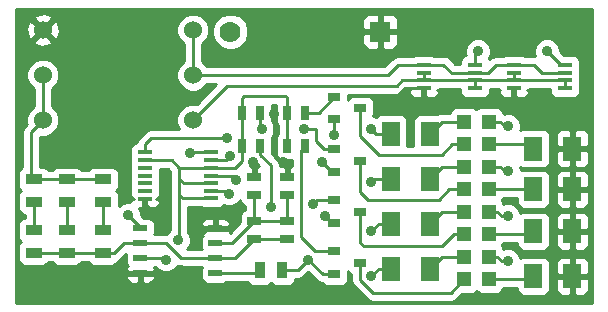
<source format=gtl>
G04 (created by PCBNEW (2013-07-07 BZR 4022)-stable) date 27/01/2014 8:34:36 p.m.*
%MOIN*%
G04 Gerber Fmt 3.4, Leading zero omitted, Abs format*
%FSLAX34Y34*%
G01*
G70*
G90*
G04 APERTURE LIST*
%ADD10C,0.00590551*%
%ADD11R,0.0512X0.0118*%
%ADD12R,0.0394X0.0315*%
%ADD13R,0.045X0.02*%
%ADD14R,0.06X0.08*%
%ADD15R,0.055X0.035*%
%ADD16R,0.035X0.055*%
%ADD17R,0.025X0.045*%
%ADD18R,0.045X0.025*%
%ADD19C,0.06*%
%ADD20R,0.05X0.015*%
%ADD21R,0.0472X0.0472*%
%ADD22C,0.07*%
%ADD23R,0.07X0.07*%
%ADD24C,0.035*%
%ADD25C,0.01*%
G04 APERTURE END LIST*
G54D10*
G54D11*
X68500Y-51710D03*
X68500Y-51460D03*
X68500Y-51200D03*
X68500Y-50950D03*
X68500Y-50690D03*
X68500Y-50435D03*
X68500Y-50180D03*
X66300Y-50180D03*
X66300Y-50435D03*
X66300Y-50690D03*
X66300Y-50950D03*
X66300Y-51205D03*
X66300Y-51460D03*
X66300Y-51715D03*
G54D12*
X73483Y-53850D03*
X72617Y-54225D03*
X72617Y-53475D03*
X73483Y-52150D03*
X72617Y-52525D03*
X72617Y-51775D03*
X73483Y-50450D03*
X72617Y-50825D03*
X72617Y-50075D03*
X73483Y-48700D03*
X72617Y-49075D03*
X72617Y-48325D03*
G54D13*
X68650Y-52700D03*
X68650Y-53200D03*
X68650Y-53700D03*
X68650Y-54200D03*
X66150Y-54200D03*
X66150Y-53700D03*
X66150Y-53200D03*
X66150Y-52700D03*
G54D14*
X74500Y-49550D03*
X75800Y-49550D03*
X79250Y-52800D03*
X80550Y-52800D03*
X74500Y-51050D03*
X75800Y-51050D03*
X79250Y-51400D03*
X80550Y-51400D03*
X74500Y-52550D03*
X75800Y-52550D03*
X79250Y-50050D03*
X80550Y-50050D03*
X74500Y-54050D03*
X75800Y-54050D03*
X79250Y-54300D03*
X80550Y-54300D03*
G54D15*
X62600Y-53525D03*
X62600Y-52775D03*
X63700Y-53525D03*
X63700Y-52775D03*
X64900Y-53525D03*
X64900Y-52775D03*
X62600Y-51825D03*
X62600Y-51075D03*
X63700Y-51825D03*
X63700Y-51075D03*
X64900Y-51825D03*
X64900Y-51075D03*
G54D16*
X70125Y-54100D03*
X70875Y-54100D03*
G54D17*
X71050Y-48850D03*
X71650Y-48850D03*
X69550Y-48850D03*
X70150Y-48850D03*
X69550Y-49950D03*
X70150Y-49950D03*
X71050Y-49950D03*
X71650Y-49950D03*
G54D18*
X71050Y-51000D03*
X71050Y-51600D03*
X69950Y-52450D03*
X69950Y-53050D03*
X69950Y-51000D03*
X69950Y-51600D03*
X71050Y-52450D03*
X71050Y-53050D03*
G54D19*
X67900Y-47600D03*
X62900Y-47600D03*
X62900Y-46100D03*
X67900Y-46100D03*
X62900Y-49100D03*
X67900Y-49100D03*
G54D20*
X77300Y-48034D03*
X77300Y-47778D03*
X77300Y-47522D03*
X77300Y-47266D03*
X75600Y-47266D03*
X75600Y-47522D03*
X75600Y-47778D03*
X75600Y-48034D03*
X80300Y-48034D03*
X80300Y-47778D03*
X80300Y-47522D03*
X80300Y-47266D03*
X78600Y-47266D03*
X78600Y-47522D03*
X78600Y-47778D03*
X78600Y-48034D03*
G54D21*
X76937Y-49150D03*
X77763Y-49150D03*
X77763Y-54400D03*
X76937Y-54400D03*
X77763Y-52900D03*
X76937Y-52900D03*
X76937Y-50650D03*
X77763Y-50650D03*
X77763Y-51400D03*
X76937Y-51400D03*
X76937Y-52150D03*
X77763Y-52150D03*
X76937Y-53650D03*
X77763Y-53650D03*
X77763Y-49900D03*
X76937Y-49900D03*
G54D22*
X69150Y-46150D03*
G54D23*
X74150Y-46150D03*
G54D24*
X79700Y-46800D03*
X77400Y-46800D03*
X78400Y-49300D03*
X78400Y-50800D03*
X78400Y-53800D03*
X78400Y-52300D03*
X67800Y-50200D03*
X72300Y-52300D03*
X72200Y-50500D03*
X72600Y-49600D03*
X71750Y-53750D03*
X65750Y-52250D03*
X73850Y-54300D03*
X69100Y-51550D03*
X73850Y-52800D03*
X69350Y-51100D03*
X73850Y-51150D03*
X69150Y-50300D03*
X73850Y-49400D03*
X69050Y-49700D03*
X67400Y-53100D03*
X67000Y-53750D03*
X70200Y-49400D03*
X71600Y-49400D03*
X70500Y-52000D03*
X71900Y-51900D03*
X74500Y-48500D03*
X70600Y-48900D03*
X67500Y-54100D03*
X68000Y-53100D03*
X68400Y-52200D03*
X66600Y-52200D03*
X70900Y-50500D03*
X69900Y-50500D03*
G54D25*
X80300Y-47266D02*
X80166Y-47266D01*
X80166Y-47266D02*
X79700Y-46800D01*
X77300Y-47266D02*
X77300Y-46900D01*
X77300Y-46900D02*
X77400Y-46800D01*
X77763Y-49150D02*
X78150Y-49150D01*
X78300Y-49300D02*
X78400Y-49300D01*
X78150Y-49150D02*
X78300Y-49300D01*
X77763Y-50650D02*
X78150Y-50650D01*
X78300Y-50800D02*
X78400Y-50800D01*
X78150Y-50650D02*
X78300Y-50800D01*
X77763Y-53650D02*
X78050Y-53650D01*
X78200Y-53800D02*
X78400Y-53800D01*
X78050Y-53650D02*
X78200Y-53800D01*
X77763Y-52150D02*
X78050Y-52150D01*
X78200Y-52300D02*
X78400Y-52300D01*
X78050Y-52150D02*
X78200Y-52300D01*
X68500Y-50180D02*
X67820Y-50180D01*
X67820Y-50180D02*
X67800Y-50200D01*
X72617Y-52525D02*
X72525Y-52525D01*
X72525Y-52525D02*
X72300Y-52300D01*
X72617Y-50825D02*
X72525Y-50825D01*
X72525Y-50825D02*
X72200Y-50500D01*
X72617Y-49075D02*
X72617Y-49583D01*
X72617Y-49583D02*
X72600Y-49600D01*
X72617Y-54225D02*
X72225Y-54225D01*
X71400Y-54100D02*
X71750Y-53750D01*
X71400Y-54100D02*
X70875Y-54100D01*
X72225Y-54225D02*
X71750Y-53750D01*
X66150Y-52700D02*
X66150Y-52650D01*
X66150Y-52650D02*
X65750Y-52250D01*
X64900Y-51075D02*
X63700Y-51075D01*
X63700Y-51075D02*
X62600Y-51075D01*
X62600Y-51075D02*
X62500Y-50975D01*
X62500Y-50975D02*
X62500Y-49500D01*
X62500Y-49500D02*
X62900Y-49100D01*
X62900Y-49100D02*
X62900Y-47600D01*
X68500Y-51460D02*
X69010Y-51460D01*
X74100Y-54050D02*
X74500Y-54050D01*
X73850Y-54300D02*
X74100Y-54050D01*
X69010Y-51460D02*
X69100Y-51550D01*
X68650Y-54200D02*
X70025Y-54200D01*
X70025Y-54200D02*
X70125Y-54100D01*
X66150Y-53200D02*
X67000Y-53200D01*
X67500Y-53700D02*
X68650Y-53700D01*
X67000Y-53200D02*
X67500Y-53700D01*
X68650Y-53700D02*
X69300Y-53700D01*
X69300Y-53700D02*
X69950Y-53050D01*
X69950Y-53050D02*
X71050Y-53050D01*
X64900Y-53525D02*
X65275Y-53525D01*
X65600Y-53200D02*
X66150Y-53200D01*
X65275Y-53525D02*
X65600Y-53200D01*
X63700Y-53525D02*
X64900Y-53525D01*
X62600Y-53525D02*
X63700Y-53525D01*
X76937Y-53650D02*
X76200Y-53650D01*
X76200Y-53650D02*
X75800Y-54050D01*
X77763Y-49900D02*
X79100Y-49900D01*
X79100Y-49900D02*
X79250Y-50050D01*
X73483Y-48700D02*
X73483Y-49633D01*
X76550Y-49900D02*
X76937Y-49900D01*
X76200Y-50250D02*
X76550Y-49900D01*
X74100Y-50250D02*
X76200Y-50250D01*
X73483Y-49633D02*
X74100Y-50250D01*
X68500Y-50950D02*
X69200Y-50950D01*
X74100Y-52550D02*
X74500Y-52550D01*
X73850Y-52800D02*
X74100Y-52550D01*
X69200Y-50950D02*
X69350Y-51100D01*
X76937Y-52150D02*
X76200Y-52150D01*
X76200Y-52150D02*
X75800Y-52550D01*
X77763Y-51400D02*
X79250Y-51400D01*
X68500Y-50435D02*
X69015Y-50435D01*
X73950Y-51050D02*
X74500Y-51050D01*
X73850Y-51150D02*
X73950Y-51050D01*
X69015Y-50435D02*
X69150Y-50300D01*
X78600Y-47266D02*
X79266Y-47266D01*
X79522Y-47522D02*
X80300Y-47522D01*
X79266Y-47266D02*
X79522Y-47522D01*
X67900Y-47600D02*
X74400Y-47600D01*
X74734Y-47266D02*
X75600Y-47266D01*
X74400Y-47600D02*
X74734Y-47266D01*
X77300Y-47522D02*
X76522Y-47522D01*
X76522Y-47522D02*
X76250Y-47250D01*
X76250Y-47250D02*
X75616Y-47250D01*
X75616Y-47250D02*
X75600Y-47266D01*
X77300Y-47522D02*
X77728Y-47522D01*
X77984Y-47266D02*
X78600Y-47266D01*
X77728Y-47522D02*
X77984Y-47266D01*
X67900Y-46100D02*
X67900Y-47600D01*
X76937Y-50650D02*
X76200Y-50650D01*
X76200Y-50650D02*
X75800Y-51050D01*
X77763Y-52900D02*
X79150Y-52900D01*
X79150Y-52900D02*
X79250Y-52800D01*
X66300Y-50180D02*
X66300Y-49900D01*
X74000Y-49550D02*
X74500Y-49550D01*
X73850Y-49400D02*
X74000Y-49550D01*
X66500Y-49700D02*
X69050Y-49700D01*
X66300Y-49900D02*
X66500Y-49700D01*
X76937Y-49150D02*
X76200Y-49150D01*
X76200Y-49150D02*
X75800Y-49550D01*
X77763Y-54400D02*
X79150Y-54400D01*
X79150Y-54400D02*
X79250Y-54300D01*
X73483Y-50450D02*
X73483Y-51483D01*
X76450Y-51400D02*
X76937Y-51400D01*
X76100Y-51750D02*
X76450Y-51400D01*
X73750Y-51750D02*
X76100Y-51750D01*
X73483Y-51483D02*
X73750Y-51750D01*
X73483Y-52150D02*
X73483Y-53183D01*
X76600Y-52900D02*
X76937Y-52900D01*
X76200Y-53300D02*
X76600Y-52900D01*
X73600Y-53300D02*
X76200Y-53300D01*
X73483Y-53183D02*
X73600Y-53300D01*
X73483Y-53850D02*
X73483Y-54433D01*
X76487Y-54850D02*
X76937Y-54400D01*
X73900Y-54850D02*
X76487Y-54850D01*
X73483Y-54433D02*
X73900Y-54850D01*
X62600Y-51825D02*
X62600Y-52775D01*
X63700Y-51825D02*
X63700Y-52775D01*
X66150Y-53700D02*
X66950Y-53700D01*
X67450Y-53050D02*
X67450Y-51600D01*
X67400Y-53100D02*
X67450Y-53050D01*
X66950Y-53700D02*
X67000Y-53750D01*
X68500Y-50690D02*
X69310Y-50690D01*
X69550Y-50450D02*
X69550Y-49950D01*
X69310Y-50690D02*
X69550Y-50450D01*
X68500Y-51710D02*
X67560Y-51710D01*
X67450Y-51600D02*
X67450Y-51050D01*
X67560Y-51710D02*
X67450Y-51600D01*
X68500Y-51200D02*
X67600Y-51200D01*
X67450Y-51050D02*
X67450Y-50690D01*
X67600Y-51200D02*
X67450Y-51050D01*
X66300Y-50435D02*
X67185Y-50435D01*
X67440Y-50690D02*
X67450Y-50690D01*
X67450Y-50690D02*
X68500Y-50690D01*
X67185Y-50435D02*
X67440Y-50690D01*
X69550Y-48850D02*
X69550Y-48350D01*
X71050Y-48350D02*
X71050Y-48850D01*
X71000Y-48300D02*
X71050Y-48350D01*
X69600Y-48300D02*
X71000Y-48300D01*
X69550Y-48350D02*
X69600Y-48300D01*
X69550Y-49950D02*
X69550Y-48850D01*
X71050Y-48850D02*
X71050Y-49950D01*
X64900Y-51825D02*
X64900Y-52775D01*
X71050Y-52450D02*
X71050Y-51600D01*
X69950Y-52450D02*
X69950Y-51600D01*
X68650Y-53200D02*
X69200Y-53200D01*
X69200Y-53200D02*
X69950Y-52450D01*
X69950Y-52450D02*
X71050Y-52450D01*
X71650Y-48850D02*
X72092Y-48850D01*
X72092Y-48850D02*
X72617Y-48325D01*
X72617Y-50075D02*
X72275Y-50075D01*
X70150Y-49350D02*
X70150Y-48850D01*
X70200Y-49400D02*
X70150Y-49350D01*
X72000Y-49400D02*
X71600Y-49400D01*
X72000Y-49800D02*
X72000Y-49400D01*
X72275Y-50075D02*
X72000Y-49800D01*
X75600Y-47778D02*
X74872Y-47778D01*
X69050Y-47950D02*
X67900Y-49100D01*
X74700Y-47950D02*
X69050Y-47950D01*
X74872Y-47778D02*
X74700Y-47950D01*
X80300Y-47778D02*
X78600Y-47778D01*
X80300Y-48034D02*
X80300Y-47778D01*
X78600Y-47778D02*
X78600Y-47522D01*
X77300Y-47778D02*
X78600Y-47778D01*
X77300Y-47778D02*
X77300Y-48034D01*
X75600Y-47778D02*
X77300Y-47778D01*
X75600Y-47522D02*
X75600Y-47778D01*
X72617Y-51775D02*
X72025Y-51775D01*
X70150Y-50250D02*
X70150Y-49950D01*
X70500Y-50600D02*
X70150Y-50250D01*
X70500Y-52000D02*
X70500Y-50600D01*
X72025Y-51775D02*
X71900Y-51900D01*
X72617Y-53475D02*
X71975Y-53475D01*
X71500Y-50100D02*
X71650Y-49950D01*
X71500Y-53000D02*
X71500Y-50100D01*
X71975Y-53475D02*
X71500Y-53000D01*
X80550Y-50050D02*
X80550Y-49350D01*
X80550Y-49350D02*
X80200Y-49000D01*
X80200Y-49000D02*
X79000Y-49000D01*
X79000Y-49000D02*
X78600Y-48600D01*
X78600Y-48600D02*
X78600Y-48034D01*
X75600Y-48034D02*
X74966Y-48034D01*
X74966Y-48034D02*
X74500Y-48500D01*
X70900Y-50500D02*
X70800Y-50500D01*
X70600Y-50300D02*
X70600Y-48900D01*
X70800Y-50500D02*
X70600Y-50300D01*
X67400Y-54200D02*
X66150Y-54200D01*
X67500Y-54100D02*
X67400Y-54200D01*
X68400Y-52700D02*
X68000Y-53100D01*
X68650Y-52700D02*
X68400Y-52700D01*
X66300Y-51715D02*
X66300Y-51900D01*
X68650Y-52450D02*
X68650Y-52700D01*
X68400Y-52200D02*
X68650Y-52450D01*
X66300Y-51900D02*
X66600Y-52200D01*
X69950Y-51000D02*
X69950Y-50550D01*
X71050Y-50650D02*
X71050Y-51000D01*
X70900Y-50500D02*
X71050Y-50650D01*
X69950Y-50550D02*
X69900Y-50500D01*
G54D10*
G36*
X67150Y-52749D02*
X67039Y-52858D01*
X67021Y-52904D01*
X67000Y-52900D01*
X66604Y-52900D01*
X66624Y-52849D01*
X66625Y-52750D01*
X66625Y-52550D01*
X66587Y-52458D01*
X66516Y-52388D01*
X66424Y-52350D01*
X66325Y-52349D01*
X66274Y-52349D01*
X66174Y-52250D01*
X66175Y-52165D01*
X66116Y-52024D01*
X66187Y-52024D01*
X66250Y-51961D01*
X66250Y-51769D01*
X66350Y-51769D01*
X66350Y-51961D01*
X66412Y-52024D01*
X66506Y-52024D01*
X66605Y-52023D01*
X66697Y-51985D01*
X66768Y-51915D01*
X66806Y-51823D01*
X66806Y-51807D01*
X66743Y-51744D01*
X66664Y-51744D01*
X66697Y-51731D01*
X66743Y-51685D01*
X66743Y-51685D01*
X66806Y-51623D01*
X66806Y-51606D01*
X66798Y-51587D01*
X66805Y-51568D01*
X66806Y-51469D01*
X66806Y-51351D01*
X66798Y-51332D01*
X66805Y-51313D01*
X66806Y-51214D01*
X66806Y-51096D01*
X66798Y-51077D01*
X66805Y-51058D01*
X66806Y-50959D01*
X66806Y-50841D01*
X66797Y-50820D01*
X66805Y-50798D01*
X66806Y-50735D01*
X67060Y-50735D01*
X67150Y-50824D01*
X67150Y-51050D01*
X67150Y-51600D01*
X67150Y-52749D01*
X67150Y-52749D01*
G37*
G54D25*
X67150Y-52749D02*
X67039Y-52858D01*
X67021Y-52904D01*
X67000Y-52900D01*
X66604Y-52900D01*
X66624Y-52849D01*
X66625Y-52750D01*
X66625Y-52550D01*
X66587Y-52458D01*
X66516Y-52388D01*
X66424Y-52350D01*
X66325Y-52349D01*
X66274Y-52349D01*
X66174Y-52250D01*
X66175Y-52165D01*
X66116Y-52024D01*
X66187Y-52024D01*
X66250Y-51961D01*
X66250Y-51769D01*
X66350Y-51769D01*
X66350Y-51961D01*
X66412Y-52024D01*
X66506Y-52024D01*
X66605Y-52023D01*
X66697Y-51985D01*
X66768Y-51915D01*
X66806Y-51823D01*
X66806Y-51807D01*
X66743Y-51744D01*
X66664Y-51744D01*
X66697Y-51731D01*
X66743Y-51685D01*
X66743Y-51685D01*
X66806Y-51623D01*
X66806Y-51606D01*
X66798Y-51587D01*
X66805Y-51568D01*
X66806Y-51469D01*
X66806Y-51351D01*
X66798Y-51332D01*
X66805Y-51313D01*
X66806Y-51214D01*
X66806Y-51096D01*
X66798Y-51077D01*
X66805Y-51058D01*
X66806Y-50959D01*
X66806Y-50841D01*
X66797Y-50820D01*
X66805Y-50798D01*
X66806Y-50735D01*
X67060Y-50735D01*
X67150Y-50824D01*
X67150Y-51050D01*
X67150Y-51600D01*
X67150Y-52749D01*
G54D10*
G36*
X69650Y-52085D02*
X69583Y-52112D01*
X69513Y-52183D01*
X69475Y-52275D01*
X69474Y-52374D01*
X69474Y-52500D01*
X69124Y-52851D01*
X69125Y-52849D01*
X69125Y-52550D01*
X69087Y-52458D01*
X69016Y-52388D01*
X68924Y-52350D01*
X68825Y-52349D01*
X68762Y-52350D01*
X68700Y-52412D01*
X68700Y-52650D01*
X69062Y-52650D01*
X69125Y-52587D01*
X69125Y-52550D01*
X69125Y-52849D01*
X69125Y-52812D01*
X69062Y-52750D01*
X68700Y-52750D01*
X68700Y-52757D01*
X68600Y-52757D01*
X68600Y-52750D01*
X68600Y-52650D01*
X68600Y-52412D01*
X68537Y-52350D01*
X68474Y-52349D01*
X68375Y-52350D01*
X68283Y-52388D01*
X68212Y-52458D01*
X68174Y-52550D01*
X68175Y-52587D01*
X68237Y-52650D01*
X68600Y-52650D01*
X68600Y-52750D01*
X68237Y-52750D01*
X68175Y-52812D01*
X68174Y-52849D01*
X68212Y-52941D01*
X68221Y-52949D01*
X68213Y-52958D01*
X68175Y-53050D01*
X68174Y-53149D01*
X68174Y-53349D01*
X68195Y-53400D01*
X67701Y-53400D01*
X67760Y-53341D01*
X67824Y-53184D01*
X67825Y-53015D01*
X67760Y-52859D01*
X67750Y-52849D01*
X67750Y-52010D01*
X68172Y-52010D01*
X68194Y-52018D01*
X68293Y-52019D01*
X68805Y-52019D01*
X68897Y-51981D01*
X68936Y-51942D01*
X69015Y-51974D01*
X69184Y-51975D01*
X69340Y-51910D01*
X69460Y-51791D01*
X69474Y-51755D01*
X69474Y-51774D01*
X69512Y-51866D01*
X69583Y-51936D01*
X69650Y-51964D01*
X69650Y-52085D01*
X69650Y-52085D01*
G37*
G54D25*
X69650Y-52085D02*
X69583Y-52112D01*
X69513Y-52183D01*
X69475Y-52275D01*
X69474Y-52374D01*
X69474Y-52500D01*
X69124Y-52851D01*
X69125Y-52849D01*
X69125Y-52550D01*
X69087Y-52458D01*
X69016Y-52388D01*
X68924Y-52350D01*
X68825Y-52349D01*
X68762Y-52350D01*
X68700Y-52412D01*
X68700Y-52650D01*
X69062Y-52650D01*
X69125Y-52587D01*
X69125Y-52550D01*
X69125Y-52849D01*
X69125Y-52812D01*
X69062Y-52750D01*
X68700Y-52750D01*
X68700Y-52757D01*
X68600Y-52757D01*
X68600Y-52750D01*
X68600Y-52650D01*
X68600Y-52412D01*
X68537Y-52350D01*
X68474Y-52349D01*
X68375Y-52350D01*
X68283Y-52388D01*
X68212Y-52458D01*
X68174Y-52550D01*
X68175Y-52587D01*
X68237Y-52650D01*
X68600Y-52650D01*
X68600Y-52750D01*
X68237Y-52750D01*
X68175Y-52812D01*
X68174Y-52849D01*
X68212Y-52941D01*
X68221Y-52949D01*
X68213Y-52958D01*
X68175Y-53050D01*
X68174Y-53149D01*
X68174Y-53349D01*
X68195Y-53400D01*
X67701Y-53400D01*
X67760Y-53341D01*
X67824Y-53184D01*
X67825Y-53015D01*
X67760Y-52859D01*
X67750Y-52849D01*
X67750Y-52010D01*
X68172Y-52010D01*
X68194Y-52018D01*
X68293Y-52019D01*
X68805Y-52019D01*
X68897Y-51981D01*
X68936Y-51942D01*
X69015Y-51974D01*
X69184Y-51975D01*
X69340Y-51910D01*
X69460Y-51791D01*
X69474Y-51755D01*
X69474Y-51774D01*
X69512Y-51866D01*
X69583Y-51936D01*
X69650Y-51964D01*
X69650Y-52085D01*
G54D10*
G36*
X70100Y-50624D02*
X70062Y-50625D01*
X70000Y-50687D01*
X70000Y-50950D01*
X70007Y-50950D01*
X70007Y-51050D01*
X70000Y-51050D01*
X70000Y-51057D01*
X69900Y-51057D01*
X69900Y-51050D01*
X69892Y-51050D01*
X69892Y-50950D01*
X69900Y-50950D01*
X69900Y-50687D01*
X69837Y-50625D01*
X69786Y-50624D01*
X69827Y-50564D01*
X69849Y-50450D01*
X69850Y-50450D01*
X69850Y-50353D01*
X69883Y-50386D01*
X69889Y-50389D01*
X69889Y-50389D01*
X69937Y-50462D01*
X70100Y-50624D01*
X70100Y-50624D01*
G37*
G54D25*
X70100Y-50624D02*
X70062Y-50625D01*
X70000Y-50687D01*
X70000Y-50950D01*
X70007Y-50950D01*
X70007Y-51050D01*
X70000Y-51050D01*
X70000Y-51057D01*
X69900Y-51057D01*
X69900Y-51050D01*
X69892Y-51050D01*
X69892Y-50950D01*
X69900Y-50950D01*
X69900Y-50687D01*
X69837Y-50625D01*
X69786Y-50624D01*
X69827Y-50564D01*
X69849Y-50450D01*
X69850Y-50450D01*
X69850Y-50353D01*
X69883Y-50386D01*
X69889Y-50389D01*
X69889Y-50389D01*
X69937Y-50462D01*
X70100Y-50624D01*
G54D10*
G36*
X71200Y-50624D02*
X71162Y-50625D01*
X71100Y-50687D01*
X71100Y-50950D01*
X71107Y-50950D01*
X71107Y-51050D01*
X71100Y-51050D01*
X71100Y-51057D01*
X71000Y-51057D01*
X71000Y-51050D01*
X70992Y-51050D01*
X70992Y-50950D01*
X71000Y-50950D01*
X71000Y-50687D01*
X70937Y-50625D01*
X70874Y-50624D01*
X70800Y-50625D01*
X70800Y-50600D01*
X70799Y-50599D01*
X70777Y-50485D01*
X70712Y-50387D01*
X70712Y-50387D01*
X70524Y-50200D01*
X70525Y-50125D01*
X70525Y-49676D01*
X70560Y-49641D01*
X70624Y-49484D01*
X70625Y-49315D01*
X70560Y-49159D01*
X70524Y-49123D01*
X70525Y-49025D01*
X70525Y-48600D01*
X70675Y-48600D01*
X70674Y-48674D01*
X70674Y-49124D01*
X70712Y-49216D01*
X70750Y-49253D01*
X70750Y-49546D01*
X70713Y-49583D01*
X70675Y-49675D01*
X70674Y-49774D01*
X70674Y-50224D01*
X70712Y-50316D01*
X70783Y-50386D01*
X70875Y-50424D01*
X70974Y-50425D01*
X71200Y-50425D01*
X71200Y-50624D01*
X71200Y-50624D01*
G37*
G54D25*
X71200Y-50624D02*
X71162Y-50625D01*
X71100Y-50687D01*
X71100Y-50950D01*
X71107Y-50950D01*
X71107Y-51050D01*
X71100Y-51050D01*
X71100Y-51057D01*
X71000Y-51057D01*
X71000Y-51050D01*
X70992Y-51050D01*
X70992Y-50950D01*
X71000Y-50950D01*
X71000Y-50687D01*
X70937Y-50625D01*
X70874Y-50624D01*
X70800Y-50625D01*
X70800Y-50600D01*
X70799Y-50599D01*
X70777Y-50485D01*
X70712Y-50387D01*
X70712Y-50387D01*
X70524Y-50200D01*
X70525Y-50125D01*
X70525Y-49676D01*
X70560Y-49641D01*
X70624Y-49484D01*
X70625Y-49315D01*
X70560Y-49159D01*
X70524Y-49123D01*
X70525Y-49025D01*
X70525Y-48600D01*
X70675Y-48600D01*
X70674Y-48674D01*
X70674Y-49124D01*
X70712Y-49216D01*
X70750Y-49253D01*
X70750Y-49546D01*
X70713Y-49583D01*
X70675Y-49675D01*
X70674Y-49774D01*
X70674Y-50224D01*
X70712Y-50316D01*
X70783Y-50386D01*
X70875Y-50424D01*
X70974Y-50425D01*
X71200Y-50425D01*
X71200Y-50624D01*
G54D10*
G36*
X81200Y-55200D02*
X81100Y-55200D01*
X81100Y-54650D01*
X81100Y-53949D01*
X81100Y-53150D01*
X81100Y-52449D01*
X81100Y-51750D01*
X81100Y-51049D01*
X81100Y-50400D01*
X81100Y-49699D01*
X81099Y-49600D01*
X81061Y-49508D01*
X80991Y-49437D01*
X80899Y-49399D01*
X80800Y-49399D01*
X80800Y-48059D01*
X80800Y-47909D01*
X80798Y-47906D01*
X80799Y-47902D01*
X80800Y-47803D01*
X80800Y-47653D01*
X80798Y-47650D01*
X80799Y-47646D01*
X80800Y-47547D01*
X80800Y-47397D01*
X80798Y-47394D01*
X80799Y-47390D01*
X80800Y-47291D01*
X80800Y-47141D01*
X80762Y-47049D01*
X80691Y-46979D01*
X80599Y-46941D01*
X80500Y-46940D01*
X80265Y-46940D01*
X80124Y-46800D01*
X80125Y-46715D01*
X80060Y-46559D01*
X79941Y-46439D01*
X79784Y-46375D01*
X79615Y-46374D01*
X79459Y-46439D01*
X79339Y-46558D01*
X79275Y-46715D01*
X79274Y-46884D01*
X79312Y-46975D01*
X79266Y-46966D01*
X78960Y-46966D01*
X78899Y-46941D01*
X78800Y-46940D01*
X78300Y-46940D01*
X78239Y-46966D01*
X77984Y-46966D01*
X77869Y-46988D01*
X77771Y-47053D01*
X77766Y-47059D01*
X77762Y-47049D01*
X77756Y-47044D01*
X77760Y-47041D01*
X77824Y-46884D01*
X77825Y-46715D01*
X77760Y-46559D01*
X77641Y-46439D01*
X77484Y-46375D01*
X77315Y-46374D01*
X77159Y-46439D01*
X77039Y-46558D01*
X76975Y-46715D01*
X76974Y-46884D01*
X76998Y-46941D01*
X76908Y-46978D01*
X76838Y-47049D01*
X76800Y-47141D01*
X76799Y-47222D01*
X76646Y-47222D01*
X76462Y-47037D01*
X76364Y-46972D01*
X76250Y-46950D01*
X75921Y-46950D01*
X75899Y-46941D01*
X75800Y-46940D01*
X75300Y-46940D01*
X75239Y-46966D01*
X74750Y-46966D01*
X74750Y-46450D01*
X74750Y-45849D01*
X74749Y-45750D01*
X74711Y-45658D01*
X74641Y-45587D01*
X74549Y-45549D01*
X74262Y-45550D01*
X74200Y-45612D01*
X74200Y-46100D01*
X74687Y-46100D01*
X74750Y-46037D01*
X74750Y-45849D01*
X74750Y-46450D01*
X74750Y-46262D01*
X74687Y-46200D01*
X74200Y-46200D01*
X74200Y-46687D01*
X74262Y-46750D01*
X74549Y-46750D01*
X74641Y-46712D01*
X74711Y-46641D01*
X74749Y-46549D01*
X74750Y-46450D01*
X74750Y-46966D01*
X74734Y-46966D01*
X74619Y-46988D01*
X74521Y-47053D01*
X74275Y-47300D01*
X74100Y-47300D01*
X74100Y-46687D01*
X74100Y-46200D01*
X74100Y-46100D01*
X74100Y-45612D01*
X74037Y-45550D01*
X73750Y-45549D01*
X73658Y-45587D01*
X73588Y-45658D01*
X73550Y-45750D01*
X73549Y-45849D01*
X73550Y-46037D01*
X73612Y-46100D01*
X74100Y-46100D01*
X74100Y-46200D01*
X73612Y-46200D01*
X73550Y-46262D01*
X73549Y-46450D01*
X73550Y-46549D01*
X73588Y-46641D01*
X73658Y-46712D01*
X73750Y-46750D01*
X74037Y-46750D01*
X74100Y-46687D01*
X74100Y-47300D01*
X69750Y-47300D01*
X69750Y-46031D01*
X69658Y-45810D01*
X69490Y-45641D01*
X69269Y-45550D01*
X69031Y-45549D01*
X68810Y-45641D01*
X68641Y-45809D01*
X68550Y-46030D01*
X68549Y-46268D01*
X68641Y-46489D01*
X68809Y-46658D01*
X69030Y-46749D01*
X69268Y-46750D01*
X69489Y-46658D01*
X69658Y-46490D01*
X69749Y-46269D01*
X69750Y-46031D01*
X69750Y-47300D01*
X68371Y-47300D01*
X68366Y-47288D01*
X68211Y-47134D01*
X68200Y-47129D01*
X68200Y-46571D01*
X68211Y-46566D01*
X68365Y-46411D01*
X68449Y-46209D01*
X68450Y-45991D01*
X68366Y-45788D01*
X68211Y-45634D01*
X68009Y-45550D01*
X67791Y-45549D01*
X67588Y-45633D01*
X67434Y-45788D01*
X67350Y-45990D01*
X67349Y-46208D01*
X67433Y-46411D01*
X67588Y-46565D01*
X67600Y-46570D01*
X67600Y-47128D01*
X67588Y-47133D01*
X67434Y-47288D01*
X67350Y-47490D01*
X67349Y-47708D01*
X67433Y-47911D01*
X67588Y-48065D01*
X67790Y-48149D01*
X68008Y-48150D01*
X68211Y-48066D01*
X68365Y-47911D01*
X68370Y-47900D01*
X68675Y-47900D01*
X68021Y-48554D01*
X68009Y-48550D01*
X67791Y-48549D01*
X67588Y-48633D01*
X67434Y-48788D01*
X67350Y-48990D01*
X67349Y-49208D01*
X67428Y-49400D01*
X66500Y-49400D01*
X66385Y-49422D01*
X66287Y-49487D01*
X66087Y-49687D01*
X66022Y-49785D01*
X66005Y-49870D01*
X65994Y-49870D01*
X65902Y-49908D01*
X65832Y-49979D01*
X65794Y-50071D01*
X65793Y-50170D01*
X65793Y-50288D01*
X65801Y-50307D01*
X65794Y-50326D01*
X65793Y-50425D01*
X65793Y-50543D01*
X65801Y-50562D01*
X65794Y-50581D01*
X65793Y-50680D01*
X65793Y-50798D01*
X65802Y-50819D01*
X65794Y-50841D01*
X65793Y-50940D01*
X65793Y-51058D01*
X65801Y-51077D01*
X65794Y-51096D01*
X65793Y-51195D01*
X65793Y-51313D01*
X65801Y-51332D01*
X65794Y-51351D01*
X65793Y-51450D01*
X65793Y-51568D01*
X65801Y-51587D01*
X65793Y-51606D01*
X65794Y-51623D01*
X65856Y-51685D01*
X65856Y-51685D01*
X65902Y-51730D01*
X65935Y-51744D01*
X65856Y-51744D01*
X65794Y-51807D01*
X65793Y-51823D01*
X65794Y-51825D01*
X65665Y-51824D01*
X65509Y-51889D01*
X65425Y-51973D01*
X65425Y-51950D01*
X65425Y-51600D01*
X65387Y-51508D01*
X65328Y-51449D01*
X65386Y-51391D01*
X65424Y-51299D01*
X65425Y-51200D01*
X65425Y-50850D01*
X65387Y-50758D01*
X65316Y-50688D01*
X65224Y-50650D01*
X65125Y-50649D01*
X64575Y-50649D01*
X64483Y-50687D01*
X64413Y-50758D01*
X64406Y-50775D01*
X64193Y-50775D01*
X64187Y-50758D01*
X64116Y-50688D01*
X64024Y-50650D01*
X63925Y-50649D01*
X63454Y-50649D01*
X63454Y-46181D01*
X63443Y-45963D01*
X63381Y-45812D01*
X63285Y-45784D01*
X63215Y-45855D01*
X63215Y-45714D01*
X63187Y-45618D01*
X62981Y-45545D01*
X62763Y-45556D01*
X62612Y-45618D01*
X62584Y-45714D01*
X62900Y-46029D01*
X63215Y-45714D01*
X63215Y-45855D01*
X62970Y-46100D01*
X63285Y-46415D01*
X63381Y-46387D01*
X63454Y-46181D01*
X63454Y-50649D01*
X63375Y-50649D01*
X63283Y-50687D01*
X63213Y-50758D01*
X63206Y-50775D01*
X63093Y-50775D01*
X63087Y-50758D01*
X63016Y-50688D01*
X62924Y-50650D01*
X62825Y-50649D01*
X62800Y-50649D01*
X62800Y-49649D01*
X63008Y-49650D01*
X63211Y-49566D01*
X63365Y-49411D01*
X63449Y-49209D01*
X63450Y-48991D01*
X63366Y-48788D01*
X63211Y-48634D01*
X63200Y-48629D01*
X63200Y-48071D01*
X63211Y-48066D01*
X63365Y-47911D01*
X63449Y-47709D01*
X63450Y-47491D01*
X63366Y-47288D01*
X63215Y-47137D01*
X63215Y-46485D01*
X62900Y-46170D01*
X62829Y-46241D01*
X62829Y-46100D01*
X62514Y-45784D01*
X62418Y-45812D01*
X62345Y-46018D01*
X62356Y-46236D01*
X62418Y-46387D01*
X62514Y-46415D01*
X62829Y-46100D01*
X62829Y-46241D01*
X62584Y-46485D01*
X62612Y-46581D01*
X62818Y-46654D01*
X63036Y-46643D01*
X63187Y-46581D01*
X63215Y-46485D01*
X63215Y-47137D01*
X63211Y-47134D01*
X63009Y-47050D01*
X62791Y-47049D01*
X62588Y-47133D01*
X62434Y-47288D01*
X62350Y-47490D01*
X62349Y-47708D01*
X62433Y-47911D01*
X62588Y-48065D01*
X62600Y-48070D01*
X62600Y-48628D01*
X62588Y-48633D01*
X62434Y-48788D01*
X62350Y-48990D01*
X62349Y-49208D01*
X62354Y-49220D01*
X62287Y-49287D01*
X62222Y-49385D01*
X62200Y-49500D01*
X62200Y-50681D01*
X62183Y-50687D01*
X62113Y-50758D01*
X62075Y-50850D01*
X62074Y-50949D01*
X62074Y-51299D01*
X62112Y-51391D01*
X62171Y-51450D01*
X62113Y-51508D01*
X62075Y-51600D01*
X62074Y-51699D01*
X62074Y-52049D01*
X62112Y-52141D01*
X62183Y-52211D01*
X62275Y-52249D01*
X62300Y-52249D01*
X62300Y-52349D01*
X62275Y-52349D01*
X62183Y-52387D01*
X62113Y-52458D01*
X62075Y-52550D01*
X62074Y-52649D01*
X62074Y-52999D01*
X62112Y-53091D01*
X62171Y-53150D01*
X62113Y-53208D01*
X62075Y-53300D01*
X62074Y-53399D01*
X62074Y-53749D01*
X62112Y-53841D01*
X62183Y-53911D01*
X62275Y-53949D01*
X62374Y-53950D01*
X62924Y-53950D01*
X63016Y-53912D01*
X63086Y-53841D01*
X63093Y-53825D01*
X63206Y-53825D01*
X63212Y-53841D01*
X63283Y-53911D01*
X63375Y-53949D01*
X63474Y-53950D01*
X64024Y-53950D01*
X64116Y-53912D01*
X64186Y-53841D01*
X64193Y-53825D01*
X64406Y-53825D01*
X64412Y-53841D01*
X64483Y-53911D01*
X64575Y-53949D01*
X64674Y-53950D01*
X65224Y-53950D01*
X65316Y-53912D01*
X65386Y-53841D01*
X65408Y-53789D01*
X65408Y-53789D01*
X65487Y-53737D01*
X65675Y-53548D01*
X65675Y-53550D01*
X65674Y-53649D01*
X65674Y-53849D01*
X65712Y-53941D01*
X65721Y-53950D01*
X65712Y-53958D01*
X65674Y-54050D01*
X65675Y-54087D01*
X65737Y-54150D01*
X66100Y-54150D01*
X66100Y-54142D01*
X66200Y-54142D01*
X66200Y-54150D01*
X66562Y-54150D01*
X66625Y-54087D01*
X66625Y-54050D01*
X66604Y-54000D01*
X66649Y-54000D01*
X66758Y-54110D01*
X66915Y-54174D01*
X67084Y-54175D01*
X67240Y-54110D01*
X67360Y-53991D01*
X67370Y-53967D01*
X67385Y-53977D01*
X67500Y-54000D01*
X68195Y-54000D01*
X68175Y-54050D01*
X68174Y-54149D01*
X68174Y-54349D01*
X68212Y-54441D01*
X68283Y-54511D01*
X68375Y-54549D01*
X68474Y-54550D01*
X68924Y-54550D01*
X69016Y-54512D01*
X69028Y-54500D01*
X69731Y-54500D01*
X69737Y-54516D01*
X69808Y-54586D01*
X69900Y-54624D01*
X69999Y-54625D01*
X70349Y-54625D01*
X70441Y-54587D01*
X70500Y-54528D01*
X70558Y-54586D01*
X70650Y-54624D01*
X70749Y-54625D01*
X71099Y-54625D01*
X71191Y-54587D01*
X71261Y-54516D01*
X71299Y-54424D01*
X71299Y-54400D01*
X71400Y-54400D01*
X71400Y-54399D01*
X71514Y-54377D01*
X71514Y-54377D01*
X71612Y-54312D01*
X71749Y-54174D01*
X71750Y-54175D01*
X72012Y-54437D01*
X72012Y-54437D01*
X72110Y-54502D01*
X72206Y-54521D01*
X72207Y-54523D01*
X72278Y-54594D01*
X72370Y-54632D01*
X72469Y-54632D01*
X72863Y-54632D01*
X72955Y-54594D01*
X73025Y-54524D01*
X73063Y-54432D01*
X73064Y-54332D01*
X73064Y-54124D01*
X73073Y-54148D01*
X73144Y-54219D01*
X73183Y-54235D01*
X73183Y-54433D01*
X73205Y-54547D01*
X73270Y-54645D01*
X73687Y-55062D01*
X73687Y-55062D01*
X73785Y-55127D01*
X73899Y-55149D01*
X73900Y-55150D01*
X76487Y-55150D01*
X76487Y-55149D01*
X76601Y-55127D01*
X76601Y-55127D01*
X76699Y-55062D01*
X76875Y-54886D01*
X77222Y-54886D01*
X77314Y-54848D01*
X77350Y-54812D01*
X77385Y-54847D01*
X77477Y-54885D01*
X77576Y-54886D01*
X78048Y-54886D01*
X78140Y-54848D01*
X78210Y-54777D01*
X78243Y-54700D01*
X78699Y-54700D01*
X78699Y-54749D01*
X78737Y-54841D01*
X78808Y-54911D01*
X78900Y-54949D01*
X78999Y-54950D01*
X79599Y-54950D01*
X79691Y-54912D01*
X79761Y-54841D01*
X79799Y-54749D01*
X79800Y-54650D01*
X79800Y-53850D01*
X79762Y-53758D01*
X79691Y-53688D01*
X79599Y-53650D01*
X79500Y-53649D01*
X78900Y-53649D01*
X78812Y-53686D01*
X78760Y-53559D01*
X78641Y-53439D01*
X78484Y-53375D01*
X78315Y-53374D01*
X78249Y-53402D01*
X78249Y-53364D01*
X78212Y-53274D01*
X78243Y-53200D01*
X78699Y-53200D01*
X78699Y-53249D01*
X78737Y-53341D01*
X78808Y-53411D01*
X78900Y-53449D01*
X78999Y-53450D01*
X79599Y-53450D01*
X79691Y-53412D01*
X79761Y-53341D01*
X79799Y-53249D01*
X79800Y-53150D01*
X79800Y-52350D01*
X79762Y-52258D01*
X79691Y-52188D01*
X79599Y-52150D01*
X79500Y-52149D01*
X78900Y-52149D01*
X78812Y-52186D01*
X78760Y-52059D01*
X78641Y-51939D01*
X78484Y-51875D01*
X78315Y-51874D01*
X78249Y-51902D01*
X78249Y-51864D01*
X78212Y-51774D01*
X78243Y-51700D01*
X78699Y-51700D01*
X78699Y-51849D01*
X78737Y-51941D01*
X78808Y-52011D01*
X78900Y-52049D01*
X78999Y-52050D01*
X79599Y-52050D01*
X79691Y-52012D01*
X79761Y-51941D01*
X79799Y-51849D01*
X79800Y-51750D01*
X79800Y-50950D01*
X79762Y-50858D01*
X79691Y-50788D01*
X79599Y-50750D01*
X79500Y-50749D01*
X78900Y-50749D01*
X78825Y-50781D01*
X78825Y-50715D01*
X78798Y-50652D01*
X78808Y-50661D01*
X78900Y-50699D01*
X78999Y-50700D01*
X79599Y-50700D01*
X79691Y-50662D01*
X79761Y-50591D01*
X79799Y-50499D01*
X79800Y-50400D01*
X79800Y-49600D01*
X79762Y-49508D01*
X79691Y-49438D01*
X79599Y-49400D01*
X79500Y-49399D01*
X78900Y-49399D01*
X78808Y-49437D01*
X78798Y-49447D01*
X78824Y-49384D01*
X78825Y-49215D01*
X78760Y-49059D01*
X78641Y-48939D01*
X78484Y-48875D01*
X78315Y-48874D01*
X78286Y-48887D01*
X78264Y-48872D01*
X78249Y-48869D01*
X78249Y-48864D01*
X78211Y-48772D01*
X78140Y-48702D01*
X78048Y-48664D01*
X77949Y-48663D01*
X77477Y-48663D01*
X77385Y-48701D01*
X77349Y-48737D01*
X77314Y-48702D01*
X77222Y-48664D01*
X77123Y-48663D01*
X76651Y-48663D01*
X76559Y-48701D01*
X76489Y-48772D01*
X76456Y-48850D01*
X76200Y-48850D01*
X76085Y-48872D01*
X76044Y-48899D01*
X75450Y-48899D01*
X75358Y-48937D01*
X75288Y-49008D01*
X75250Y-49100D01*
X75249Y-49199D01*
X75249Y-49950D01*
X75049Y-49950D01*
X75050Y-49900D01*
X75050Y-49100D01*
X75012Y-49008D01*
X74941Y-48938D01*
X74849Y-48900D01*
X74750Y-48899D01*
X74150Y-48899D01*
X74058Y-48937D01*
X73995Y-49000D01*
X73934Y-48975D01*
X73901Y-48975D01*
X73929Y-48907D01*
X73930Y-48807D01*
X73930Y-48492D01*
X73892Y-48401D01*
X73821Y-48330D01*
X73729Y-48292D01*
X73630Y-48292D01*
X73236Y-48292D01*
X73144Y-48330D01*
X73074Y-48400D01*
X73064Y-48425D01*
X73064Y-48250D01*
X74700Y-48250D01*
X74700Y-48249D01*
X74814Y-48227D01*
X74814Y-48227D01*
X74912Y-48162D01*
X74996Y-48078D01*
X75100Y-48078D01*
X75100Y-48084D01*
X75149Y-48084D01*
X75100Y-48134D01*
X75099Y-48158D01*
X75137Y-48250D01*
X75208Y-48320D01*
X75300Y-48358D01*
X75399Y-48359D01*
X75487Y-48359D01*
X75550Y-48296D01*
X75550Y-48103D01*
X75650Y-48103D01*
X75650Y-48296D01*
X75712Y-48359D01*
X75800Y-48359D01*
X75899Y-48358D01*
X75991Y-48320D01*
X76062Y-48250D01*
X76100Y-48158D01*
X76100Y-48134D01*
X76050Y-48084D01*
X76100Y-48084D01*
X76100Y-48078D01*
X76799Y-48078D01*
X76799Y-48158D01*
X76837Y-48250D01*
X76908Y-48320D01*
X77000Y-48358D01*
X77099Y-48359D01*
X77599Y-48359D01*
X77691Y-48321D01*
X77761Y-48250D01*
X77799Y-48158D01*
X77800Y-48078D01*
X78100Y-48078D01*
X78100Y-48084D01*
X78149Y-48084D01*
X78100Y-48134D01*
X78099Y-48158D01*
X78137Y-48250D01*
X78208Y-48320D01*
X78300Y-48358D01*
X78399Y-48359D01*
X78487Y-48359D01*
X78550Y-48296D01*
X78550Y-48103D01*
X78650Y-48103D01*
X78650Y-48296D01*
X78712Y-48359D01*
X78800Y-48359D01*
X78899Y-48358D01*
X78991Y-48320D01*
X79062Y-48250D01*
X79100Y-48158D01*
X79100Y-48134D01*
X79050Y-48084D01*
X79100Y-48084D01*
X79100Y-48078D01*
X79799Y-48078D01*
X79799Y-48158D01*
X79837Y-48250D01*
X79908Y-48320D01*
X80000Y-48358D01*
X80099Y-48359D01*
X80599Y-48359D01*
X80691Y-48321D01*
X80761Y-48250D01*
X80799Y-48158D01*
X80800Y-48059D01*
X80800Y-49399D01*
X80662Y-49400D01*
X80600Y-49462D01*
X80600Y-50000D01*
X81037Y-50000D01*
X81100Y-49937D01*
X81100Y-49699D01*
X81100Y-50400D01*
X81100Y-50162D01*
X81037Y-50100D01*
X80600Y-50100D01*
X80600Y-50637D01*
X80662Y-50700D01*
X80899Y-50700D01*
X80991Y-50662D01*
X81061Y-50591D01*
X81099Y-50499D01*
X81100Y-50400D01*
X81100Y-51049D01*
X81099Y-50950D01*
X81061Y-50858D01*
X80991Y-50787D01*
X80899Y-50749D01*
X80662Y-50750D01*
X80600Y-50812D01*
X80600Y-51350D01*
X81037Y-51350D01*
X81100Y-51287D01*
X81100Y-51049D01*
X81100Y-51750D01*
X81100Y-51512D01*
X81037Y-51450D01*
X80600Y-51450D01*
X80600Y-51987D01*
X80662Y-52050D01*
X80899Y-52050D01*
X80991Y-52012D01*
X81061Y-51941D01*
X81099Y-51849D01*
X81100Y-51750D01*
X81100Y-52449D01*
X81099Y-52350D01*
X81061Y-52258D01*
X80991Y-52187D01*
X80899Y-52149D01*
X80662Y-52150D01*
X80600Y-52212D01*
X80600Y-52750D01*
X81037Y-52750D01*
X81100Y-52687D01*
X81100Y-52449D01*
X81100Y-53150D01*
X81100Y-52912D01*
X81037Y-52850D01*
X80600Y-52850D01*
X80600Y-53387D01*
X80662Y-53450D01*
X80899Y-53450D01*
X80991Y-53412D01*
X81061Y-53341D01*
X81099Y-53249D01*
X81100Y-53150D01*
X81100Y-53949D01*
X81099Y-53850D01*
X81061Y-53758D01*
X80991Y-53687D01*
X80899Y-53649D01*
X80662Y-53650D01*
X80600Y-53712D01*
X80600Y-54250D01*
X81037Y-54250D01*
X81100Y-54187D01*
X81100Y-53949D01*
X81100Y-54650D01*
X81100Y-54412D01*
X81037Y-54350D01*
X80600Y-54350D01*
X80600Y-54887D01*
X80662Y-54950D01*
X80899Y-54950D01*
X80991Y-54912D01*
X81061Y-54841D01*
X81099Y-54749D01*
X81100Y-54650D01*
X81100Y-55200D01*
X80500Y-55200D01*
X80500Y-54887D01*
X80500Y-54350D01*
X80500Y-54250D01*
X80500Y-53712D01*
X80500Y-53387D01*
X80500Y-52850D01*
X80500Y-52750D01*
X80500Y-52212D01*
X80500Y-51987D01*
X80500Y-51450D01*
X80500Y-51350D01*
X80500Y-50812D01*
X80500Y-50637D01*
X80500Y-50100D01*
X80500Y-50000D01*
X80500Y-49462D01*
X80437Y-49400D01*
X80200Y-49399D01*
X80108Y-49437D01*
X80038Y-49508D01*
X80000Y-49600D01*
X79999Y-49699D01*
X80000Y-49937D01*
X80062Y-50000D01*
X80500Y-50000D01*
X80500Y-50100D01*
X80062Y-50100D01*
X80000Y-50162D01*
X79999Y-50400D01*
X80000Y-50499D01*
X80038Y-50591D01*
X80108Y-50662D01*
X80200Y-50700D01*
X80437Y-50700D01*
X80500Y-50637D01*
X80500Y-50812D01*
X80437Y-50750D01*
X80200Y-50749D01*
X80108Y-50787D01*
X80038Y-50858D01*
X80000Y-50950D01*
X79999Y-51049D01*
X80000Y-51287D01*
X80062Y-51350D01*
X80500Y-51350D01*
X80500Y-51450D01*
X80062Y-51450D01*
X80000Y-51512D01*
X79999Y-51750D01*
X80000Y-51849D01*
X80038Y-51941D01*
X80108Y-52012D01*
X80200Y-52050D01*
X80437Y-52050D01*
X80500Y-51987D01*
X80500Y-52212D01*
X80437Y-52150D01*
X80200Y-52149D01*
X80108Y-52187D01*
X80038Y-52258D01*
X80000Y-52350D01*
X79999Y-52449D01*
X80000Y-52687D01*
X80062Y-52750D01*
X80500Y-52750D01*
X80500Y-52850D01*
X80062Y-52850D01*
X80000Y-52912D01*
X79999Y-53150D01*
X80000Y-53249D01*
X80038Y-53341D01*
X80108Y-53412D01*
X80200Y-53450D01*
X80437Y-53450D01*
X80500Y-53387D01*
X80500Y-53712D01*
X80437Y-53650D01*
X80200Y-53649D01*
X80108Y-53687D01*
X80038Y-53758D01*
X80000Y-53850D01*
X79999Y-53949D01*
X80000Y-54187D01*
X80062Y-54250D01*
X80500Y-54250D01*
X80500Y-54350D01*
X80062Y-54350D01*
X80000Y-54412D01*
X79999Y-54650D01*
X80000Y-54749D01*
X80038Y-54841D01*
X80108Y-54912D01*
X80200Y-54950D01*
X80437Y-54950D01*
X80500Y-54887D01*
X80500Y-55200D01*
X66625Y-55200D01*
X66625Y-54349D01*
X66625Y-54312D01*
X66562Y-54250D01*
X66200Y-54250D01*
X66200Y-54487D01*
X66262Y-54550D01*
X66325Y-54550D01*
X66424Y-54549D01*
X66516Y-54511D01*
X66587Y-54441D01*
X66625Y-54349D01*
X66625Y-55200D01*
X66100Y-55200D01*
X66100Y-54487D01*
X66100Y-54250D01*
X65737Y-54250D01*
X65675Y-54312D01*
X65674Y-54349D01*
X65712Y-54441D01*
X65783Y-54511D01*
X65875Y-54549D01*
X65974Y-54550D01*
X66037Y-54550D01*
X66100Y-54487D01*
X66100Y-55200D01*
X62000Y-55200D01*
X62000Y-45400D01*
X81200Y-45400D01*
X81200Y-55200D01*
X81200Y-55200D01*
G37*
G54D25*
X81200Y-55200D02*
X81100Y-55200D01*
X81100Y-54650D01*
X81100Y-53949D01*
X81100Y-53150D01*
X81100Y-52449D01*
X81100Y-51750D01*
X81100Y-51049D01*
X81100Y-50400D01*
X81100Y-49699D01*
X81099Y-49600D01*
X81061Y-49508D01*
X80991Y-49437D01*
X80899Y-49399D01*
X80800Y-49399D01*
X80800Y-48059D01*
X80800Y-47909D01*
X80798Y-47906D01*
X80799Y-47902D01*
X80800Y-47803D01*
X80800Y-47653D01*
X80798Y-47650D01*
X80799Y-47646D01*
X80800Y-47547D01*
X80800Y-47397D01*
X80798Y-47394D01*
X80799Y-47390D01*
X80800Y-47291D01*
X80800Y-47141D01*
X80762Y-47049D01*
X80691Y-46979D01*
X80599Y-46941D01*
X80500Y-46940D01*
X80265Y-46940D01*
X80124Y-46800D01*
X80125Y-46715D01*
X80060Y-46559D01*
X79941Y-46439D01*
X79784Y-46375D01*
X79615Y-46374D01*
X79459Y-46439D01*
X79339Y-46558D01*
X79275Y-46715D01*
X79274Y-46884D01*
X79312Y-46975D01*
X79266Y-46966D01*
X78960Y-46966D01*
X78899Y-46941D01*
X78800Y-46940D01*
X78300Y-46940D01*
X78239Y-46966D01*
X77984Y-46966D01*
X77869Y-46988D01*
X77771Y-47053D01*
X77766Y-47059D01*
X77762Y-47049D01*
X77756Y-47044D01*
X77760Y-47041D01*
X77824Y-46884D01*
X77825Y-46715D01*
X77760Y-46559D01*
X77641Y-46439D01*
X77484Y-46375D01*
X77315Y-46374D01*
X77159Y-46439D01*
X77039Y-46558D01*
X76975Y-46715D01*
X76974Y-46884D01*
X76998Y-46941D01*
X76908Y-46978D01*
X76838Y-47049D01*
X76800Y-47141D01*
X76799Y-47222D01*
X76646Y-47222D01*
X76462Y-47037D01*
X76364Y-46972D01*
X76250Y-46950D01*
X75921Y-46950D01*
X75899Y-46941D01*
X75800Y-46940D01*
X75300Y-46940D01*
X75239Y-46966D01*
X74750Y-46966D01*
X74750Y-46450D01*
X74750Y-45849D01*
X74749Y-45750D01*
X74711Y-45658D01*
X74641Y-45587D01*
X74549Y-45549D01*
X74262Y-45550D01*
X74200Y-45612D01*
X74200Y-46100D01*
X74687Y-46100D01*
X74750Y-46037D01*
X74750Y-45849D01*
X74750Y-46450D01*
X74750Y-46262D01*
X74687Y-46200D01*
X74200Y-46200D01*
X74200Y-46687D01*
X74262Y-46750D01*
X74549Y-46750D01*
X74641Y-46712D01*
X74711Y-46641D01*
X74749Y-46549D01*
X74750Y-46450D01*
X74750Y-46966D01*
X74734Y-46966D01*
X74619Y-46988D01*
X74521Y-47053D01*
X74275Y-47300D01*
X74100Y-47300D01*
X74100Y-46687D01*
X74100Y-46200D01*
X74100Y-46100D01*
X74100Y-45612D01*
X74037Y-45550D01*
X73750Y-45549D01*
X73658Y-45587D01*
X73588Y-45658D01*
X73550Y-45750D01*
X73549Y-45849D01*
X73550Y-46037D01*
X73612Y-46100D01*
X74100Y-46100D01*
X74100Y-46200D01*
X73612Y-46200D01*
X73550Y-46262D01*
X73549Y-46450D01*
X73550Y-46549D01*
X73588Y-46641D01*
X73658Y-46712D01*
X73750Y-46750D01*
X74037Y-46750D01*
X74100Y-46687D01*
X74100Y-47300D01*
X69750Y-47300D01*
X69750Y-46031D01*
X69658Y-45810D01*
X69490Y-45641D01*
X69269Y-45550D01*
X69031Y-45549D01*
X68810Y-45641D01*
X68641Y-45809D01*
X68550Y-46030D01*
X68549Y-46268D01*
X68641Y-46489D01*
X68809Y-46658D01*
X69030Y-46749D01*
X69268Y-46750D01*
X69489Y-46658D01*
X69658Y-46490D01*
X69749Y-46269D01*
X69750Y-46031D01*
X69750Y-47300D01*
X68371Y-47300D01*
X68366Y-47288D01*
X68211Y-47134D01*
X68200Y-47129D01*
X68200Y-46571D01*
X68211Y-46566D01*
X68365Y-46411D01*
X68449Y-46209D01*
X68450Y-45991D01*
X68366Y-45788D01*
X68211Y-45634D01*
X68009Y-45550D01*
X67791Y-45549D01*
X67588Y-45633D01*
X67434Y-45788D01*
X67350Y-45990D01*
X67349Y-46208D01*
X67433Y-46411D01*
X67588Y-46565D01*
X67600Y-46570D01*
X67600Y-47128D01*
X67588Y-47133D01*
X67434Y-47288D01*
X67350Y-47490D01*
X67349Y-47708D01*
X67433Y-47911D01*
X67588Y-48065D01*
X67790Y-48149D01*
X68008Y-48150D01*
X68211Y-48066D01*
X68365Y-47911D01*
X68370Y-47900D01*
X68675Y-47900D01*
X68021Y-48554D01*
X68009Y-48550D01*
X67791Y-48549D01*
X67588Y-48633D01*
X67434Y-48788D01*
X67350Y-48990D01*
X67349Y-49208D01*
X67428Y-49400D01*
X66500Y-49400D01*
X66385Y-49422D01*
X66287Y-49487D01*
X66087Y-49687D01*
X66022Y-49785D01*
X66005Y-49870D01*
X65994Y-49870D01*
X65902Y-49908D01*
X65832Y-49979D01*
X65794Y-50071D01*
X65793Y-50170D01*
X65793Y-50288D01*
X65801Y-50307D01*
X65794Y-50326D01*
X65793Y-50425D01*
X65793Y-50543D01*
X65801Y-50562D01*
X65794Y-50581D01*
X65793Y-50680D01*
X65793Y-50798D01*
X65802Y-50819D01*
X65794Y-50841D01*
X65793Y-50940D01*
X65793Y-51058D01*
X65801Y-51077D01*
X65794Y-51096D01*
X65793Y-51195D01*
X65793Y-51313D01*
X65801Y-51332D01*
X65794Y-51351D01*
X65793Y-51450D01*
X65793Y-51568D01*
X65801Y-51587D01*
X65793Y-51606D01*
X65794Y-51623D01*
X65856Y-51685D01*
X65856Y-51685D01*
X65902Y-51730D01*
X65935Y-51744D01*
X65856Y-51744D01*
X65794Y-51807D01*
X65793Y-51823D01*
X65794Y-51825D01*
X65665Y-51824D01*
X65509Y-51889D01*
X65425Y-51973D01*
X65425Y-51950D01*
X65425Y-51600D01*
X65387Y-51508D01*
X65328Y-51449D01*
X65386Y-51391D01*
X65424Y-51299D01*
X65425Y-51200D01*
X65425Y-50850D01*
X65387Y-50758D01*
X65316Y-50688D01*
X65224Y-50650D01*
X65125Y-50649D01*
X64575Y-50649D01*
X64483Y-50687D01*
X64413Y-50758D01*
X64406Y-50775D01*
X64193Y-50775D01*
X64187Y-50758D01*
X64116Y-50688D01*
X64024Y-50650D01*
X63925Y-50649D01*
X63454Y-50649D01*
X63454Y-46181D01*
X63443Y-45963D01*
X63381Y-45812D01*
X63285Y-45784D01*
X63215Y-45855D01*
X63215Y-45714D01*
X63187Y-45618D01*
X62981Y-45545D01*
X62763Y-45556D01*
X62612Y-45618D01*
X62584Y-45714D01*
X62900Y-46029D01*
X63215Y-45714D01*
X63215Y-45855D01*
X62970Y-46100D01*
X63285Y-46415D01*
X63381Y-46387D01*
X63454Y-46181D01*
X63454Y-50649D01*
X63375Y-50649D01*
X63283Y-50687D01*
X63213Y-50758D01*
X63206Y-50775D01*
X63093Y-50775D01*
X63087Y-50758D01*
X63016Y-50688D01*
X62924Y-50650D01*
X62825Y-50649D01*
X62800Y-50649D01*
X62800Y-49649D01*
X63008Y-49650D01*
X63211Y-49566D01*
X63365Y-49411D01*
X63449Y-49209D01*
X63450Y-48991D01*
X63366Y-48788D01*
X63211Y-48634D01*
X63200Y-48629D01*
X63200Y-48071D01*
X63211Y-48066D01*
X63365Y-47911D01*
X63449Y-47709D01*
X63450Y-47491D01*
X63366Y-47288D01*
X63215Y-47137D01*
X63215Y-46485D01*
X62900Y-46170D01*
X62829Y-46241D01*
X62829Y-46100D01*
X62514Y-45784D01*
X62418Y-45812D01*
X62345Y-46018D01*
X62356Y-46236D01*
X62418Y-46387D01*
X62514Y-46415D01*
X62829Y-46100D01*
X62829Y-46241D01*
X62584Y-46485D01*
X62612Y-46581D01*
X62818Y-46654D01*
X63036Y-46643D01*
X63187Y-46581D01*
X63215Y-46485D01*
X63215Y-47137D01*
X63211Y-47134D01*
X63009Y-47050D01*
X62791Y-47049D01*
X62588Y-47133D01*
X62434Y-47288D01*
X62350Y-47490D01*
X62349Y-47708D01*
X62433Y-47911D01*
X62588Y-48065D01*
X62600Y-48070D01*
X62600Y-48628D01*
X62588Y-48633D01*
X62434Y-48788D01*
X62350Y-48990D01*
X62349Y-49208D01*
X62354Y-49220D01*
X62287Y-49287D01*
X62222Y-49385D01*
X62200Y-49500D01*
X62200Y-50681D01*
X62183Y-50687D01*
X62113Y-50758D01*
X62075Y-50850D01*
X62074Y-50949D01*
X62074Y-51299D01*
X62112Y-51391D01*
X62171Y-51450D01*
X62113Y-51508D01*
X62075Y-51600D01*
X62074Y-51699D01*
X62074Y-52049D01*
X62112Y-52141D01*
X62183Y-52211D01*
X62275Y-52249D01*
X62300Y-52249D01*
X62300Y-52349D01*
X62275Y-52349D01*
X62183Y-52387D01*
X62113Y-52458D01*
X62075Y-52550D01*
X62074Y-52649D01*
X62074Y-52999D01*
X62112Y-53091D01*
X62171Y-53150D01*
X62113Y-53208D01*
X62075Y-53300D01*
X62074Y-53399D01*
X62074Y-53749D01*
X62112Y-53841D01*
X62183Y-53911D01*
X62275Y-53949D01*
X62374Y-53950D01*
X62924Y-53950D01*
X63016Y-53912D01*
X63086Y-53841D01*
X63093Y-53825D01*
X63206Y-53825D01*
X63212Y-53841D01*
X63283Y-53911D01*
X63375Y-53949D01*
X63474Y-53950D01*
X64024Y-53950D01*
X64116Y-53912D01*
X64186Y-53841D01*
X64193Y-53825D01*
X64406Y-53825D01*
X64412Y-53841D01*
X64483Y-53911D01*
X64575Y-53949D01*
X64674Y-53950D01*
X65224Y-53950D01*
X65316Y-53912D01*
X65386Y-53841D01*
X65408Y-53789D01*
X65408Y-53789D01*
X65487Y-53737D01*
X65675Y-53548D01*
X65675Y-53550D01*
X65674Y-53649D01*
X65674Y-53849D01*
X65712Y-53941D01*
X65721Y-53950D01*
X65712Y-53958D01*
X65674Y-54050D01*
X65675Y-54087D01*
X65737Y-54150D01*
X66100Y-54150D01*
X66100Y-54142D01*
X66200Y-54142D01*
X66200Y-54150D01*
X66562Y-54150D01*
X66625Y-54087D01*
X66625Y-54050D01*
X66604Y-54000D01*
X66649Y-54000D01*
X66758Y-54110D01*
X66915Y-54174D01*
X67084Y-54175D01*
X67240Y-54110D01*
X67360Y-53991D01*
X67370Y-53967D01*
X67385Y-53977D01*
X67500Y-54000D01*
X68195Y-54000D01*
X68175Y-54050D01*
X68174Y-54149D01*
X68174Y-54349D01*
X68212Y-54441D01*
X68283Y-54511D01*
X68375Y-54549D01*
X68474Y-54550D01*
X68924Y-54550D01*
X69016Y-54512D01*
X69028Y-54500D01*
X69731Y-54500D01*
X69737Y-54516D01*
X69808Y-54586D01*
X69900Y-54624D01*
X69999Y-54625D01*
X70349Y-54625D01*
X70441Y-54587D01*
X70500Y-54528D01*
X70558Y-54586D01*
X70650Y-54624D01*
X70749Y-54625D01*
X71099Y-54625D01*
X71191Y-54587D01*
X71261Y-54516D01*
X71299Y-54424D01*
X71299Y-54400D01*
X71400Y-54400D01*
X71400Y-54399D01*
X71514Y-54377D01*
X71514Y-54377D01*
X71612Y-54312D01*
X71749Y-54174D01*
X71750Y-54175D01*
X72012Y-54437D01*
X72012Y-54437D01*
X72110Y-54502D01*
X72206Y-54521D01*
X72207Y-54523D01*
X72278Y-54594D01*
X72370Y-54632D01*
X72469Y-54632D01*
X72863Y-54632D01*
X72955Y-54594D01*
X73025Y-54524D01*
X73063Y-54432D01*
X73064Y-54332D01*
X73064Y-54124D01*
X73073Y-54148D01*
X73144Y-54219D01*
X73183Y-54235D01*
X73183Y-54433D01*
X73205Y-54547D01*
X73270Y-54645D01*
X73687Y-55062D01*
X73687Y-55062D01*
X73785Y-55127D01*
X73899Y-55149D01*
X73900Y-55150D01*
X76487Y-55150D01*
X76487Y-55149D01*
X76601Y-55127D01*
X76601Y-55127D01*
X76699Y-55062D01*
X76875Y-54886D01*
X77222Y-54886D01*
X77314Y-54848D01*
X77350Y-54812D01*
X77385Y-54847D01*
X77477Y-54885D01*
X77576Y-54886D01*
X78048Y-54886D01*
X78140Y-54848D01*
X78210Y-54777D01*
X78243Y-54700D01*
X78699Y-54700D01*
X78699Y-54749D01*
X78737Y-54841D01*
X78808Y-54911D01*
X78900Y-54949D01*
X78999Y-54950D01*
X79599Y-54950D01*
X79691Y-54912D01*
X79761Y-54841D01*
X79799Y-54749D01*
X79800Y-54650D01*
X79800Y-53850D01*
X79762Y-53758D01*
X79691Y-53688D01*
X79599Y-53650D01*
X79500Y-53649D01*
X78900Y-53649D01*
X78812Y-53686D01*
X78760Y-53559D01*
X78641Y-53439D01*
X78484Y-53375D01*
X78315Y-53374D01*
X78249Y-53402D01*
X78249Y-53364D01*
X78212Y-53274D01*
X78243Y-53200D01*
X78699Y-53200D01*
X78699Y-53249D01*
X78737Y-53341D01*
X78808Y-53411D01*
X78900Y-53449D01*
X78999Y-53450D01*
X79599Y-53450D01*
X79691Y-53412D01*
X79761Y-53341D01*
X79799Y-53249D01*
X79800Y-53150D01*
X79800Y-52350D01*
X79762Y-52258D01*
X79691Y-52188D01*
X79599Y-52150D01*
X79500Y-52149D01*
X78900Y-52149D01*
X78812Y-52186D01*
X78760Y-52059D01*
X78641Y-51939D01*
X78484Y-51875D01*
X78315Y-51874D01*
X78249Y-51902D01*
X78249Y-51864D01*
X78212Y-51774D01*
X78243Y-51700D01*
X78699Y-51700D01*
X78699Y-51849D01*
X78737Y-51941D01*
X78808Y-52011D01*
X78900Y-52049D01*
X78999Y-52050D01*
X79599Y-52050D01*
X79691Y-52012D01*
X79761Y-51941D01*
X79799Y-51849D01*
X79800Y-51750D01*
X79800Y-50950D01*
X79762Y-50858D01*
X79691Y-50788D01*
X79599Y-50750D01*
X79500Y-50749D01*
X78900Y-50749D01*
X78825Y-50781D01*
X78825Y-50715D01*
X78798Y-50652D01*
X78808Y-50661D01*
X78900Y-50699D01*
X78999Y-50700D01*
X79599Y-50700D01*
X79691Y-50662D01*
X79761Y-50591D01*
X79799Y-50499D01*
X79800Y-50400D01*
X79800Y-49600D01*
X79762Y-49508D01*
X79691Y-49438D01*
X79599Y-49400D01*
X79500Y-49399D01*
X78900Y-49399D01*
X78808Y-49437D01*
X78798Y-49447D01*
X78824Y-49384D01*
X78825Y-49215D01*
X78760Y-49059D01*
X78641Y-48939D01*
X78484Y-48875D01*
X78315Y-48874D01*
X78286Y-48887D01*
X78264Y-48872D01*
X78249Y-48869D01*
X78249Y-48864D01*
X78211Y-48772D01*
X78140Y-48702D01*
X78048Y-48664D01*
X77949Y-48663D01*
X77477Y-48663D01*
X77385Y-48701D01*
X77349Y-48737D01*
X77314Y-48702D01*
X77222Y-48664D01*
X77123Y-48663D01*
X76651Y-48663D01*
X76559Y-48701D01*
X76489Y-48772D01*
X76456Y-48850D01*
X76200Y-48850D01*
X76085Y-48872D01*
X76044Y-48899D01*
X75450Y-48899D01*
X75358Y-48937D01*
X75288Y-49008D01*
X75250Y-49100D01*
X75249Y-49199D01*
X75249Y-49950D01*
X75049Y-49950D01*
X75050Y-49900D01*
X75050Y-49100D01*
X75012Y-49008D01*
X74941Y-48938D01*
X74849Y-48900D01*
X74750Y-48899D01*
X74150Y-48899D01*
X74058Y-48937D01*
X73995Y-49000D01*
X73934Y-48975D01*
X73901Y-48975D01*
X73929Y-48907D01*
X73930Y-48807D01*
X73930Y-48492D01*
X73892Y-48401D01*
X73821Y-48330D01*
X73729Y-48292D01*
X73630Y-48292D01*
X73236Y-48292D01*
X73144Y-48330D01*
X73074Y-48400D01*
X73064Y-48425D01*
X73064Y-48250D01*
X74700Y-48250D01*
X74700Y-48249D01*
X74814Y-48227D01*
X74814Y-48227D01*
X74912Y-48162D01*
X74996Y-48078D01*
X75100Y-48078D01*
X75100Y-48084D01*
X75149Y-48084D01*
X75100Y-48134D01*
X75099Y-48158D01*
X75137Y-48250D01*
X75208Y-48320D01*
X75300Y-48358D01*
X75399Y-48359D01*
X75487Y-48359D01*
X75550Y-48296D01*
X75550Y-48103D01*
X75650Y-48103D01*
X75650Y-48296D01*
X75712Y-48359D01*
X75800Y-48359D01*
X75899Y-48358D01*
X75991Y-48320D01*
X76062Y-48250D01*
X76100Y-48158D01*
X76100Y-48134D01*
X76050Y-48084D01*
X76100Y-48084D01*
X76100Y-48078D01*
X76799Y-48078D01*
X76799Y-48158D01*
X76837Y-48250D01*
X76908Y-48320D01*
X77000Y-48358D01*
X77099Y-48359D01*
X77599Y-48359D01*
X77691Y-48321D01*
X77761Y-48250D01*
X77799Y-48158D01*
X77800Y-48078D01*
X78100Y-48078D01*
X78100Y-48084D01*
X78149Y-48084D01*
X78100Y-48134D01*
X78099Y-48158D01*
X78137Y-48250D01*
X78208Y-48320D01*
X78300Y-48358D01*
X78399Y-48359D01*
X78487Y-48359D01*
X78550Y-48296D01*
X78550Y-48103D01*
X78650Y-48103D01*
X78650Y-48296D01*
X78712Y-48359D01*
X78800Y-48359D01*
X78899Y-48358D01*
X78991Y-48320D01*
X79062Y-48250D01*
X79100Y-48158D01*
X79100Y-48134D01*
X79050Y-48084D01*
X79100Y-48084D01*
X79100Y-48078D01*
X79799Y-48078D01*
X79799Y-48158D01*
X79837Y-48250D01*
X79908Y-48320D01*
X80000Y-48358D01*
X80099Y-48359D01*
X80599Y-48359D01*
X80691Y-48321D01*
X80761Y-48250D01*
X80799Y-48158D01*
X80800Y-48059D01*
X80800Y-49399D01*
X80662Y-49400D01*
X80600Y-49462D01*
X80600Y-50000D01*
X81037Y-50000D01*
X81100Y-49937D01*
X81100Y-49699D01*
X81100Y-50400D01*
X81100Y-50162D01*
X81037Y-50100D01*
X80600Y-50100D01*
X80600Y-50637D01*
X80662Y-50700D01*
X80899Y-50700D01*
X80991Y-50662D01*
X81061Y-50591D01*
X81099Y-50499D01*
X81100Y-50400D01*
X81100Y-51049D01*
X81099Y-50950D01*
X81061Y-50858D01*
X80991Y-50787D01*
X80899Y-50749D01*
X80662Y-50750D01*
X80600Y-50812D01*
X80600Y-51350D01*
X81037Y-51350D01*
X81100Y-51287D01*
X81100Y-51049D01*
X81100Y-51750D01*
X81100Y-51512D01*
X81037Y-51450D01*
X80600Y-51450D01*
X80600Y-51987D01*
X80662Y-52050D01*
X80899Y-52050D01*
X80991Y-52012D01*
X81061Y-51941D01*
X81099Y-51849D01*
X81100Y-51750D01*
X81100Y-52449D01*
X81099Y-52350D01*
X81061Y-52258D01*
X80991Y-52187D01*
X80899Y-52149D01*
X80662Y-52150D01*
X80600Y-52212D01*
X80600Y-52750D01*
X81037Y-52750D01*
X81100Y-52687D01*
X81100Y-52449D01*
X81100Y-53150D01*
X81100Y-52912D01*
X81037Y-52850D01*
X80600Y-52850D01*
X80600Y-53387D01*
X80662Y-53450D01*
X80899Y-53450D01*
X80991Y-53412D01*
X81061Y-53341D01*
X81099Y-53249D01*
X81100Y-53150D01*
X81100Y-53949D01*
X81099Y-53850D01*
X81061Y-53758D01*
X80991Y-53687D01*
X80899Y-53649D01*
X80662Y-53650D01*
X80600Y-53712D01*
X80600Y-54250D01*
X81037Y-54250D01*
X81100Y-54187D01*
X81100Y-53949D01*
X81100Y-54650D01*
X81100Y-54412D01*
X81037Y-54350D01*
X80600Y-54350D01*
X80600Y-54887D01*
X80662Y-54950D01*
X80899Y-54950D01*
X80991Y-54912D01*
X81061Y-54841D01*
X81099Y-54749D01*
X81100Y-54650D01*
X81100Y-55200D01*
X80500Y-55200D01*
X80500Y-54887D01*
X80500Y-54350D01*
X80500Y-54250D01*
X80500Y-53712D01*
X80500Y-53387D01*
X80500Y-52850D01*
X80500Y-52750D01*
X80500Y-52212D01*
X80500Y-51987D01*
X80500Y-51450D01*
X80500Y-51350D01*
X80500Y-50812D01*
X80500Y-50637D01*
X80500Y-50100D01*
X80500Y-50000D01*
X80500Y-49462D01*
X80437Y-49400D01*
X80200Y-49399D01*
X80108Y-49437D01*
X80038Y-49508D01*
X80000Y-49600D01*
X79999Y-49699D01*
X80000Y-49937D01*
X80062Y-50000D01*
X80500Y-50000D01*
X80500Y-50100D01*
X80062Y-50100D01*
X80000Y-50162D01*
X79999Y-50400D01*
X80000Y-50499D01*
X80038Y-50591D01*
X80108Y-50662D01*
X80200Y-50700D01*
X80437Y-50700D01*
X80500Y-50637D01*
X80500Y-50812D01*
X80437Y-50750D01*
X80200Y-50749D01*
X80108Y-50787D01*
X80038Y-50858D01*
X80000Y-50950D01*
X79999Y-51049D01*
X80000Y-51287D01*
X80062Y-51350D01*
X80500Y-51350D01*
X80500Y-51450D01*
X80062Y-51450D01*
X80000Y-51512D01*
X79999Y-51750D01*
X80000Y-51849D01*
X80038Y-51941D01*
X80108Y-52012D01*
X80200Y-52050D01*
X80437Y-52050D01*
X80500Y-51987D01*
X80500Y-52212D01*
X80437Y-52150D01*
X80200Y-52149D01*
X80108Y-52187D01*
X80038Y-52258D01*
X80000Y-52350D01*
X79999Y-52449D01*
X80000Y-52687D01*
X80062Y-52750D01*
X80500Y-52750D01*
X80500Y-52850D01*
X80062Y-52850D01*
X80000Y-52912D01*
X79999Y-53150D01*
X80000Y-53249D01*
X80038Y-53341D01*
X80108Y-53412D01*
X80200Y-53450D01*
X80437Y-53450D01*
X80500Y-53387D01*
X80500Y-53712D01*
X80437Y-53650D01*
X80200Y-53649D01*
X80108Y-53687D01*
X80038Y-53758D01*
X80000Y-53850D01*
X79999Y-53949D01*
X80000Y-54187D01*
X80062Y-54250D01*
X80500Y-54250D01*
X80500Y-54350D01*
X80062Y-54350D01*
X80000Y-54412D01*
X79999Y-54650D01*
X80000Y-54749D01*
X80038Y-54841D01*
X80108Y-54912D01*
X80200Y-54950D01*
X80437Y-54950D01*
X80500Y-54887D01*
X80500Y-55200D01*
X66625Y-55200D01*
X66625Y-54349D01*
X66625Y-54312D01*
X66562Y-54250D01*
X66200Y-54250D01*
X66200Y-54487D01*
X66262Y-54550D01*
X66325Y-54550D01*
X66424Y-54549D01*
X66516Y-54511D01*
X66587Y-54441D01*
X66625Y-54349D01*
X66625Y-55200D01*
X66100Y-55200D01*
X66100Y-54487D01*
X66100Y-54250D01*
X65737Y-54250D01*
X65675Y-54312D01*
X65674Y-54349D01*
X65712Y-54441D01*
X65783Y-54511D01*
X65875Y-54549D01*
X65974Y-54550D01*
X66037Y-54550D01*
X66100Y-54487D01*
X66100Y-55200D01*
X62000Y-55200D01*
X62000Y-45400D01*
X81200Y-45400D01*
X81200Y-55200D01*
M02*

</source>
